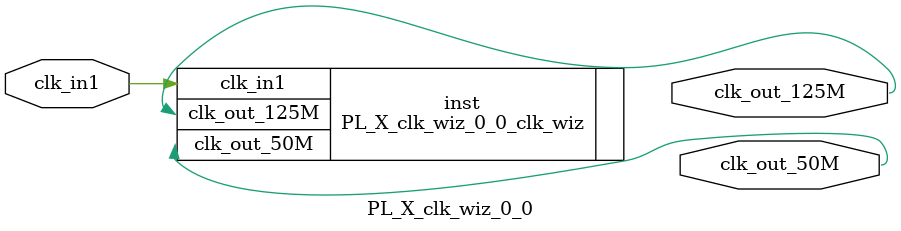
<source format=v>


`timescale 1ps/1ps

(* CORE_GENERATION_INFO = "PL_X_clk_wiz_0_0,clk_wiz_v6_0_5_0_0,{component_name=PL_X_clk_wiz_0_0,use_phase_alignment=false,use_min_o_jitter=true,use_max_i_jitter=false,use_dyn_phase_shift=false,use_inclk_switchover=false,use_dyn_reconfig=false,enable_axi=0,feedback_source=FDBK_AUTO,PRIMITIVE=MMCM,num_out_clk=2,clkin1_period=4.000,clkin2_period=10.0,use_power_down=false,use_reset=false,use_locked=false,use_inclk_stopped=false,feedback_type=SINGLE,CLOCK_MGR_TYPE=NA,manual_override=false}" *)

module PL_X_clk_wiz_0_0 
 (
  // Clock out ports
  output        clk_out_125M,
  output        clk_out_50M,
 // Clock in ports
  input         clk_in1
 );

  PL_X_clk_wiz_0_0_clk_wiz inst
  (
  // Clock out ports  
  .clk_out_125M(clk_out_125M),
  .clk_out_50M(clk_out_50M),
 // Clock in ports
  .clk_in1(clk_in1)
  );

endmodule

</source>
